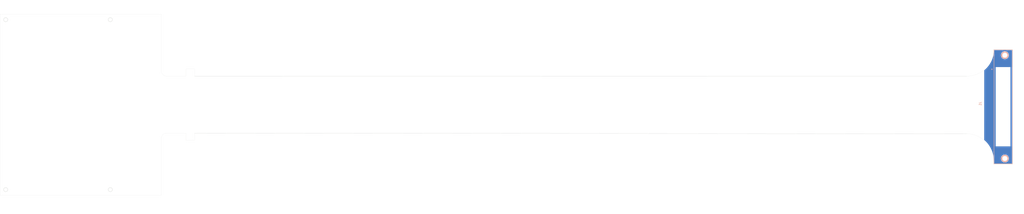
<source format=kicad_pcb>
(kicad_pcb (version 20211014) (generator pcbnew)
  (layers (0 "F.Cu" signal) (31 "B.Cu" signal) (34 "B.Paste" user) (35 "F.Paste" user) (36 "B.SilkS" user "B.Silkscreen") (37 "F.SilkS" user "F.Silkscreen") (38 "B.Mask" user) (39 "F.Mask" user) (44 "Edge.Cuts" user))
  (net 0 "")
  (footprint "skLib:2-5174339-5" (layer "B.Cu") (at 414.022016 97.233542 -90)
    (fp_text reference "J1" (at 0.11 12.8775 90 unlocked) (layer "B.SilkS") (effects (font (size 1.27 1.27) (thickness 0.254)) (justify mirror)))
    (fp_text value "2-5174225-5" hide)
    (fp_line (start 33.86 5.15) (end 33.86 -5.15) (layer "B.SilkS") (width 0.254))
    (fp_line (start 33.86 -5.15) (end -30.04 -5.15) (layer "B.SilkS") (width 0.254))
    (fp_line (start -30.04 -5.15) (end -30.04 5.15) (layer "B.SilkS") (width 0.254))
    (fp_line (start -30.04 5.15) (end 33.86 5.15) (layer "B.SilkS") (width 0.254))
    (fp_circle (center -19.161335 6.335) (end -19.371 6.335) (layer "B.SilkS") (width 0.254) (fill none))
    (pad "69" thru_hole circle locked (at 30.86 -0.9525 180) (size 4.15 4.15) (drill 2.75) (layers *.Cu *.Mask "B.SilkS"))
    (pad "70" thru_hole circle locked (at -27.05 -0.9525 180) (size 4.15 4.15) (drill 2.75) (layers *.Cu *.Mask "B.SilkS"))
  )
  (gr_line (start -44.06 77.9) (end -44.06 81.9) (layer "Edge.Cuts") (width 0.04))
  (gr_line (start 408.61008 129.133132) (end 408.686 131.2672) (layer "Edge.Cuts") (width 0.04))
  (gr_arc (start -57.9 116.9) (mid -57.02132 114.77868) (end -54.9 113.9) (layer "Edge.Cuts") (width 0.04))
  (gr_line (start -44.06 113.9) (end -54.9 113.9) (layer "Edge.Cuts") (width 0.04))
  (gr_circle (center -86.475 145.525) (end -85.6622 144.7122) (layer "Edge.Cuts") (width 0.15) (fill none))
  (gr_line (start -57.9 78.9) (end -57.9 47.1) (layer "Edge.Cuts") (width 0.04))
  (gr_line (start 393.61008 81.933132) (end -39.26 81.9) (layer "Edge.Cuts") (width 0.1))
  (gr_arc (start -54.9 81.9) (mid -57.02132 81.02132) (end -57.9 78.9) (layer "Edge.Cuts") (width 0.04))
  (gr_arc (start 408.7368 67.056) (mid 404.244028 77.616669) (end 393.61008 81.933132) (layer "Edge.Cuts") (width 0.04))
  (gr_line (start -57.9 148.7) (end -148.2986 148.7) (layer "Edge.Cuts") (width 0.04))
  (gr_line (start -39.26 81.9) (end -39.26 77.9) (layer "Edge.Cuts") (width 0.04))
  (gr_line (start 393.61008 114.193632) (end -39.26 113.9) (layer "Edge.Cuts") (width 0.1))
  (gr_arc (start 393.61008 114.193632) (mid 404.128055 118.633185) (end 408.61008 129.133132) (layer "Edge.Cuts") (width 0.04))
  (gr_circle (center -145.1236 50.275) (end -144.3108 51.0878) (layer "Edge.Cuts") (width 0.15) (fill none))
  (gr_circle (center -86.475 50.275) (end -85.6622 51.0878) (layer "Edge.Cuts") (width 0.15) (fill none))
  (gr_line (start -57.9 116.9) (end -57.9 148.7) (layer "Edge.Cuts") (width 0.04))
  (gr_line (start -148.2986 131.6058) (end -148.2986 148.7) (layer "Edge.Cuts") (width 0.04))
  (gr_line (start 408.686 131.2672) (end 419.34958 131.2672) (layer "Edge.Cuts") (width 0.04))
  (gr_line (start -39.26 77.9) (end -44.06 77.9) (layer "Edge.Cuts") (width 0.04))
  (gr_line (start -44.06 117.9) (end -44.06 113.9) (layer "Edge.Cuts") (width 0.04))
  (gr_circle (center -145.1236 145.525) (end -144.3108 144.7122) (layer "Edge.Cuts") (width 0.15) (fill none))
  (gr_line (start 408.7368 67.056) (end 419.34958 67.056) (layer "Edge.Cuts") (width 0.04))
  (gr_line (start -39.26 117.9) (end -44.06 117.9) (layer "Edge.Cuts") (width 0.04))
  (gr_line (start -57.9 47.1) (end -148.2986 47.1) (layer "Edge.Cuts") (width 0.04))
  (gr_line (start -39.26 113.9) (end -39.26 117.9) (layer "Edge.Cuts") (width 0.04))
  (gr_line (start -148.2986 131.6058) (end -148.2986 64.1942) (layer "Edge.Cuts") (width 0.04))
  (gr_line (start -148.2986 64.1942) (end -148.2986 47.1) (layer "Edge.Cuts") (width 0.04))
  (gr_line (start 419.34958 67.056) (end 419.34958 131.2672) (layer "Edge.Cuts") (width 0.04))
  (gr_line (start -54.9 81.9) (end -44.06 81.9) (layer "Edge.Cuts") (width 0.04))
  (zone (net 0) (net_name "") (layers F&B.Cu) (connect_pads (clearance 0)) (min_thickness 0.254)
    (keepout (tracks not_allowed) (vias not_allowed) (pads not_allowed) (copperpour not_allowed) (footprints allowed))
    (fill (thermal_gap 0.508) (thermal_bridge_width 0.508))
    (polygon (pts (xy 418.084 120.65) (xy 418.084 121.285) (xy 416.814 121.285) (xy 409.829 121.285) (xy 409.829 76.835) (xy 418.084 76.835)))
  )
  (zone (net 0) (net_name "") (layer "B.Cu") (connect_pads (clearance 0.2)) (min_thickness 0.254) (fill yes (thermal_gap 0.508) (thermal_bridge_width 0.508))
    (polygon (pts (xy 425.70825 39.241) (xy 425.64825 159.091) (xy 403.36143 159.192595) (xy 403.42143 40.342595)))
  )
)
</source>
